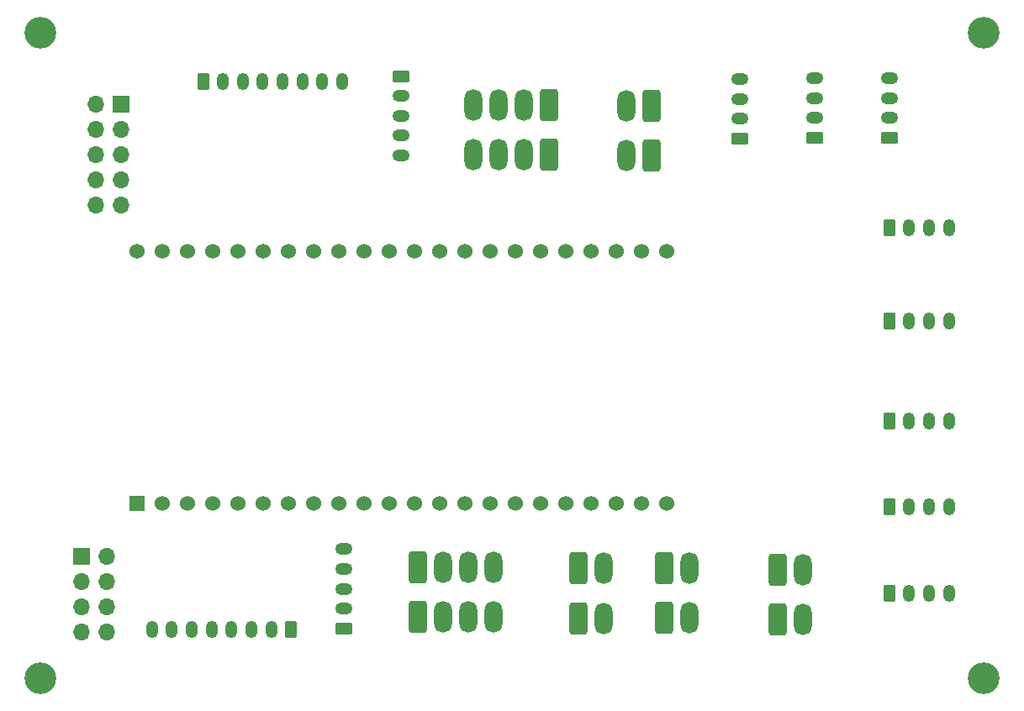
<source format=gbr>
%TF.GenerationSoftware,KiCad,Pcbnew,9.0.0*%
%TF.CreationDate,2025-04-21T23:38:42+01:00*%
%TF.ProjectId,CapyController,43617079-436f-46e7-9472-6f6c6c65722e,rev?*%
%TF.SameCoordinates,Original*%
%TF.FileFunction,Soldermask,Bot*%
%TF.FilePolarity,Negative*%
%FSLAX46Y46*%
G04 Gerber Fmt 4.6, Leading zero omitted, Abs format (unit mm)*
G04 Created by KiCad (PCBNEW 9.0.0) date 2025-04-21 23:38:42*
%MOMM*%
%LPD*%
G01*
G04 APERTURE LIST*
G04 Aperture macros list*
%AMRoundRect*
0 Rectangle with rounded corners*
0 $1 Rounding radius*
0 $2 $3 $4 $5 $6 $7 $8 $9 X,Y pos of 4 corners*
0 Add a 4 corners polygon primitive as box body*
4,1,4,$2,$3,$4,$5,$6,$7,$8,$9,$2,$3,0*
0 Add four circle primitives for the rounded corners*
1,1,$1+$1,$2,$3*
1,1,$1+$1,$4,$5*
1,1,$1+$1,$6,$7*
1,1,$1+$1,$8,$9*
0 Add four rect primitives between the rounded corners*
20,1,$1+$1,$2,$3,$4,$5,0*
20,1,$1+$1,$4,$5,$6,$7,0*
20,1,$1+$1,$6,$7,$8,$9,0*
20,1,$1+$1,$8,$9,$2,$3,0*%
G04 Aperture macros list end*
%ADD10C,3.200000*%
%ADD11RoundRect,0.250000X-0.350000X-0.625000X0.350000X-0.625000X0.350000X0.625000X-0.350000X0.625000X0*%
%ADD12O,1.200000X1.750000*%
%ADD13RoundRect,0.250000X0.650000X1.350000X-0.650000X1.350000X-0.650000X-1.350000X0.650000X-1.350000X0*%
%ADD14O,1.800000X3.200000*%
%ADD15RoundRect,0.250000X0.625000X-0.350000X0.625000X0.350000X-0.625000X0.350000X-0.625000X-0.350000X0*%
%ADD16O,1.750000X1.200000*%
%ADD17R,1.530000X1.530000*%
%ADD18C,1.530000*%
%ADD19R,1.700000X1.700000*%
%ADD20O,1.700000X1.700000*%
%ADD21RoundRect,0.250000X-0.625000X0.350000X-0.625000X-0.350000X0.625000X-0.350000X0.625000X0.350000X0*%
%ADD22RoundRect,0.250000X0.350000X0.625000X-0.350000X0.625000X-0.350000X-0.625000X0.350000X-0.625000X0*%
%ADD23RoundRect,0.250000X-0.650000X-1.350000X0.650000X-1.350000X0.650000X1.350000X-0.650000X1.350000X0*%
G04 APERTURE END LIST*
D10*
%TO.C,REF\u002A\u002A*%
X128000000Y-62000000D03*
%TD*%
%TO.C,REF\u002A\u002A*%
X223000000Y-62000000D03*
%TD*%
%TO.C,REF\u002A\u002A*%
X223000000Y-127000000D03*
%TD*%
%TO.C,REF\u002A\u002A*%
X128000000Y-127000000D03*
%TD*%
D11*
%TO.C,J7*%
X213500000Y-109750000D03*
D12*
X215500000Y-109750000D03*
X217500000Y-109750000D03*
X219500000Y-109750000D03*
%TD*%
D13*
%TO.C,J16*%
X179200000Y-74250000D03*
X179200000Y-69250000D03*
D14*
X176660000Y-74250000D03*
X176660000Y-69250000D03*
X174120000Y-74250000D03*
X174120000Y-69250000D03*
X171580000Y-74250000D03*
X171580000Y-69250000D03*
%TD*%
D11*
%TO.C,J10*%
X213500000Y-81600000D03*
D12*
X215500000Y-81600000D03*
X217500000Y-81600000D03*
X219500000Y-81600000D03*
%TD*%
D15*
%TO.C,J13*%
X198450000Y-72650000D03*
D16*
X198450000Y-70650000D03*
X198450000Y-68650000D03*
X198450000Y-66650000D03*
%TD*%
D13*
%TO.C,J17*%
X189600000Y-74350000D03*
X189600000Y-69350000D03*
D14*
X187060000Y-74350000D03*
X187060000Y-69350000D03*
%TD*%
D17*
%TO.C,U1*%
X137765000Y-109405000D03*
D18*
X140305000Y-109405000D03*
X142845000Y-109405000D03*
X145385000Y-109405000D03*
X147925000Y-109405000D03*
X150465000Y-109405000D03*
X153005000Y-109405000D03*
X155545000Y-109405000D03*
X158085000Y-109405000D03*
X160625000Y-109405000D03*
X163165000Y-109405000D03*
X165705000Y-109405000D03*
X168245000Y-109405000D03*
X170785000Y-109405000D03*
X173325000Y-109405000D03*
X175865000Y-109405000D03*
X178405000Y-109405000D03*
X180945000Y-109405000D03*
X183485000Y-109405000D03*
X186025000Y-109405000D03*
X188565000Y-109405000D03*
X191105000Y-109405000D03*
X137765000Y-83995000D03*
X140305000Y-83995000D03*
X142845000Y-83995000D03*
X145385000Y-83995000D03*
X147925000Y-83995000D03*
X150465000Y-83995000D03*
X153005000Y-83995000D03*
X155545000Y-83995000D03*
X158085000Y-83995000D03*
X160625000Y-83995000D03*
X163165000Y-83995000D03*
X165705000Y-83995000D03*
X168245000Y-83995000D03*
X170785000Y-83995000D03*
X173325000Y-83995000D03*
X175865000Y-83995000D03*
X178405000Y-83995000D03*
X180945000Y-83995000D03*
X183485000Y-83995000D03*
X186025000Y-83995000D03*
X188565000Y-83995000D03*
X191105000Y-83995000D03*
%TD*%
D15*
%TO.C,J12*%
X206000000Y-72550000D03*
D16*
X206000000Y-70550000D03*
X206000000Y-68550000D03*
X206000000Y-66550000D03*
%TD*%
D11*
%TO.C,J8*%
X213500000Y-101100000D03*
D12*
X215500000Y-101100000D03*
X217500000Y-101100000D03*
X219500000Y-101100000D03*
%TD*%
D19*
%TO.C,J19*%
X132160000Y-114700000D03*
D20*
X134700000Y-114700000D03*
X132160000Y-117240000D03*
X134700000Y-117240000D03*
X132160000Y-119780000D03*
X134700000Y-119780000D03*
X132160000Y-122320000D03*
X134700000Y-122320000D03*
%TD*%
D21*
%TO.C,J4*%
X164350000Y-66350000D03*
D16*
X164350000Y-68350000D03*
X164350000Y-70350000D03*
X164350000Y-72350000D03*
X164350000Y-74350000D03*
%TD*%
D11*
%TO.C,J3*%
X144400000Y-66900000D03*
D12*
X146400000Y-66900000D03*
X148400000Y-66900000D03*
X150400000Y-66900000D03*
X152400000Y-66900000D03*
X154400000Y-66900000D03*
X156400000Y-66900000D03*
X158400000Y-66900000D03*
%TD*%
D22*
%TO.C,J2*%
X153250000Y-122100000D03*
D12*
X151250000Y-122100000D03*
X149250000Y-122100000D03*
X147250000Y-122100000D03*
X145250000Y-122100000D03*
X143250000Y-122100000D03*
X141250000Y-122100000D03*
X139250000Y-122100000D03*
%TD*%
D11*
%TO.C,J9*%
X213500000Y-91025000D03*
D12*
X215500000Y-91025000D03*
X217500000Y-91025000D03*
X219500000Y-91025000D03*
%TD*%
D23*
%TO.C,J14*%
X182210000Y-115950000D03*
X182210000Y-120950000D03*
D14*
X184750000Y-115950000D03*
X184750000Y-120950000D03*
%TD*%
D15*
%TO.C,J11*%
X213500000Y-72550000D03*
D16*
X213500000Y-70550000D03*
X213500000Y-68550000D03*
X213500000Y-66550000D03*
%TD*%
D23*
%TO.C,J15*%
X190860000Y-115900000D03*
X190860000Y-120900000D03*
D14*
X193400000Y-115900000D03*
X193400000Y-120900000D03*
%TD*%
D11*
%TO.C,J6*%
X213500000Y-118425000D03*
D12*
X215500000Y-118425000D03*
X217500000Y-118425000D03*
X219500000Y-118425000D03*
%TD*%
D19*
%TO.C,J20*%
X136140000Y-69190000D03*
D20*
X133600000Y-69190000D03*
X136140000Y-71730000D03*
X133600000Y-71730000D03*
X136140000Y-74270000D03*
X133600000Y-74270000D03*
X136140000Y-76810000D03*
X133600000Y-76810000D03*
X136140000Y-79350000D03*
X133600000Y-79350000D03*
%TD*%
D15*
%TO.C,J5*%
X158600000Y-122000000D03*
D16*
X158600000Y-120000000D03*
X158600000Y-118000000D03*
X158600000Y-116000000D03*
X158600000Y-114000000D03*
%TD*%
D23*
%TO.C,J18*%
X166000000Y-115800000D03*
X166000000Y-120800000D03*
D14*
X168540000Y-115800000D03*
X168540000Y-120800000D03*
X171080000Y-115800000D03*
X171080000Y-120800000D03*
X173620000Y-115800000D03*
X173620000Y-120800000D03*
%TD*%
D23*
%TO.C,J1*%
X202250000Y-116050000D03*
X202250000Y-121050000D03*
D14*
X204790000Y-116050000D03*
X204790000Y-121050000D03*
%TD*%
M02*

</source>
